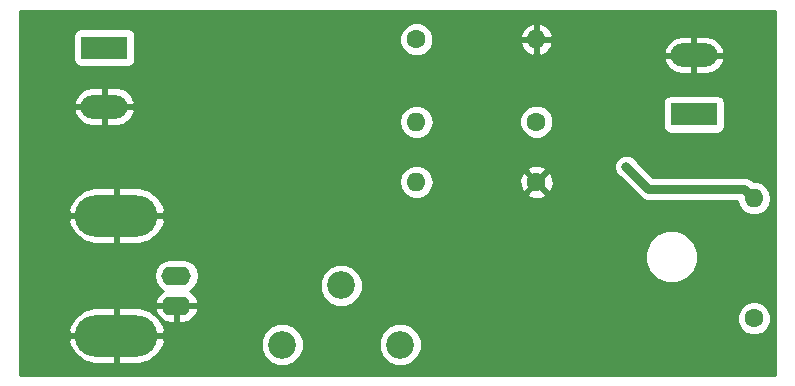
<source format=gbr>
G04 #@! TF.GenerationSoftware,KiCad,Pcbnew,5.0.2-bee76a0~70~ubuntu18.04.1*
G04 #@! TF.CreationDate,2019-02-20T20:53:16+00:00*
G04 #@! TF.ProjectId,led_driver,6c65645f-6472-4697-9665-722e6b696361,rev?*
G04 #@! TF.SameCoordinates,Original*
G04 #@! TF.FileFunction,Copper,L2,Bot*
G04 #@! TF.FilePolarity,Positive*
%FSLAX46Y46*%
G04 Gerber Fmt 4.6, Leading zero omitted, Abs format (unit mm)*
G04 Created by KiCad (PCBNEW 5.0.2-bee76a0~70~ubuntu18.04.1) date Wed 20 Feb 2019 20:53:16 GMT*
%MOMM*%
%LPD*%
G01*
G04 APERTURE LIST*
G04 #@! TA.AperFunction,ComponentPad*
%ADD10O,3.960000X1.980000*%
G04 #@! TD*
G04 #@! TA.AperFunction,ComponentPad*
%ADD11R,3.960000X1.980000*%
G04 #@! TD*
G04 #@! TA.AperFunction,ComponentPad*
%ADD12O,7.000000X3.500000*%
G04 #@! TD*
G04 #@! TA.AperFunction,ComponentPad*
%ADD13O,2.500000X1.600000*%
G04 #@! TD*
G04 #@! TA.AperFunction,ComponentPad*
%ADD14O,1.600000X1.600000*%
G04 #@! TD*
G04 #@! TA.AperFunction,ComponentPad*
%ADD15C,1.600000*%
G04 #@! TD*
G04 #@! TA.AperFunction,ComponentPad*
%ADD16C,2.340000*%
G04 #@! TD*
G04 #@! TA.AperFunction,ViaPad*
%ADD17C,0.800000*%
G04 #@! TD*
G04 #@! TA.AperFunction,Conductor*
%ADD18C,0.750000*%
G04 #@! TD*
G04 #@! TA.AperFunction,Conductor*
%ADD19C,0.254000*%
G04 #@! TD*
G04 APERTURE END LIST*
D10*
G04 #@! TO.P,J1,2*
G04 #@! TO.N,GND*
X167894000Y-77453500D03*
D11*
G04 #@! TO.P,J1,1*
G04 #@! TO.N,Net-(J1-Pad1)*
X167894000Y-72453500D03*
G04 #@! TD*
D12*
G04 #@! TO.P,J2,2*
G04 #@! TO.N,GND*
X168910000Y-96837500D03*
X168910000Y-86677500D03*
D13*
G04 #@! TO.P,J2,1*
G04 #@! TO.N,Net-(J2-Pad1)*
X173990000Y-91757500D03*
G04 #@! TO.P,J2,2*
G04 #@! TO.N,GND*
X173990000Y-94297500D03*
G04 #@! TD*
D11*
G04 #@! TO.P,J4,1*
G04 #@! TO.N,Net-(J4-Pad1)*
X217805000Y-78105000D03*
D10*
G04 #@! TO.P,J4,2*
G04 #@! TO.N,GND*
X217805000Y-73105000D03*
G04 #@! TD*
D14*
G04 #@! TO.P,R1,2*
G04 #@! TO.N,Net-(J1-Pad1)*
X194310000Y-78740000D03*
D15*
G04 #@! TO.P,R1,1*
G04 #@! TO.N,Net-(Q1-Pad5)*
X204470000Y-78740000D03*
G04 #@! TD*
D14*
G04 #@! TO.P,R2,2*
G04 #@! TO.N,Net-(J2-Pad1)*
X194310000Y-83820000D03*
D15*
G04 #@! TO.P,R2,1*
G04 #@! TO.N,GND*
X204470000Y-83820000D03*
G04 #@! TD*
G04 #@! TO.P,R3,1*
G04 #@! TO.N,Net-(Q2-Pad5)*
X194310000Y-71755000D03*
D14*
G04 #@! TO.P,R3,2*
G04 #@! TO.N,GND*
X204470000Y-71755000D03*
G04 #@! TD*
D15*
G04 #@! TO.P,R4,1*
G04 #@! TO.N,Net-(R4-Pad1)*
X222885000Y-95377000D03*
D14*
G04 #@! TO.P,R4,2*
G04 #@! TO.N,Net-(Q2-Pad5)*
X222885000Y-85217000D03*
G04 #@! TD*
D16*
G04 #@! TO.P,RV2,3*
G04 #@! TO.N,Net-(R4-Pad1)*
X192943500Y-97599500D03*
G04 #@! TO.P,RV2,2*
G04 #@! TO.N,Net-(J4-Pad1)*
X187943500Y-92599500D03*
G04 #@! TO.P,RV2,1*
G04 #@! TO.N,Net-(RV2-Pad1)*
X182943500Y-97599500D03*
G04 #@! TD*
D17*
G04 #@! TO.N,GND*
X189992000Y-83820000D03*
G04 #@! TO.N,Net-(Q2-Pad5)*
X212090000Y-82550000D03*
G04 #@! TD*
D18*
G04 #@! TO.N,Net-(Q2-Pad5)*
X222085001Y-84417001D02*
X213957001Y-84417001D01*
X222885000Y-85217000D02*
X222085001Y-84417001D01*
X213957001Y-84417001D02*
X212090000Y-82550000D01*
G04 #@! TD*
D19*
G04 #@! TO.N,GND*
G36*
X224663000Y-100203000D02*
X160782000Y-100203000D01*
X160782000Y-97335503D01*
X164827573Y-97335503D01*
X164907946Y-97632867D01*
X165383747Y-98434147D01*
X166129967Y-98992352D01*
X167033000Y-99222500D01*
X168783000Y-99222500D01*
X168783000Y-96964500D01*
X169037000Y-96964500D01*
X169037000Y-99222500D01*
X170787000Y-99222500D01*
X171690033Y-98992352D01*
X172436253Y-98434147D01*
X172912054Y-97632867D01*
X172992427Y-97335503D01*
X172964299Y-97240463D01*
X181138500Y-97240463D01*
X181138500Y-97958537D01*
X181413295Y-98621950D01*
X181921050Y-99129705D01*
X182584463Y-99404500D01*
X183302537Y-99404500D01*
X183965950Y-99129705D01*
X184473705Y-98621950D01*
X184748500Y-97958537D01*
X184748500Y-97240463D01*
X191138500Y-97240463D01*
X191138500Y-97958537D01*
X191413295Y-98621950D01*
X191921050Y-99129705D01*
X192584463Y-99404500D01*
X193302537Y-99404500D01*
X193965950Y-99129705D01*
X194473705Y-98621950D01*
X194748500Y-97958537D01*
X194748500Y-97240463D01*
X194473705Y-96577050D01*
X193965950Y-96069295D01*
X193302537Y-95794500D01*
X192584463Y-95794500D01*
X191921050Y-96069295D01*
X191413295Y-96577050D01*
X191138500Y-97240463D01*
X184748500Y-97240463D01*
X184473705Y-96577050D01*
X183965950Y-96069295D01*
X183302537Y-95794500D01*
X182584463Y-95794500D01*
X181921050Y-96069295D01*
X181413295Y-96577050D01*
X181138500Y-97240463D01*
X172964299Y-97240463D01*
X172882625Y-96964500D01*
X169037000Y-96964500D01*
X168783000Y-96964500D01*
X164937375Y-96964500D01*
X164827573Y-97335503D01*
X160782000Y-97335503D01*
X160782000Y-96339497D01*
X164827573Y-96339497D01*
X164937375Y-96710500D01*
X168783000Y-96710500D01*
X168783000Y-94452500D01*
X169037000Y-94452500D01*
X169037000Y-96710500D01*
X172882625Y-96710500D01*
X172992427Y-96339497D01*
X172912054Y-96042133D01*
X172436253Y-95240853D01*
X171690033Y-94682648D01*
X171548352Y-94646539D01*
X172148096Y-94646539D01*
X172165633Y-94729319D01*
X172435500Y-95222396D01*
X172873517Y-95574666D01*
X173413000Y-95732500D01*
X173863000Y-95732500D01*
X173863000Y-94424500D01*
X174117000Y-94424500D01*
X174117000Y-95732500D01*
X174567000Y-95732500D01*
X175106483Y-95574666D01*
X175544500Y-95222396D01*
X175616107Y-95091561D01*
X221450000Y-95091561D01*
X221450000Y-95662439D01*
X221668466Y-96189862D01*
X222072138Y-96593534D01*
X222599561Y-96812000D01*
X223170439Y-96812000D01*
X223697862Y-96593534D01*
X224101534Y-96189862D01*
X224320000Y-95662439D01*
X224320000Y-95091561D01*
X224101534Y-94564138D01*
X223697862Y-94160466D01*
X223170439Y-93942000D01*
X222599561Y-93942000D01*
X222072138Y-94160466D01*
X221668466Y-94564138D01*
X221450000Y-95091561D01*
X175616107Y-95091561D01*
X175814367Y-94729319D01*
X175831904Y-94646539D01*
X175709915Y-94424500D01*
X174117000Y-94424500D01*
X173863000Y-94424500D01*
X172270085Y-94424500D01*
X172148096Y-94646539D01*
X171548352Y-94646539D01*
X170787000Y-94452500D01*
X169037000Y-94452500D01*
X168783000Y-94452500D01*
X167033000Y-94452500D01*
X166129967Y-94682648D01*
X165383747Y-95240853D01*
X164907946Y-96042133D01*
X164827573Y-96339497D01*
X160782000Y-96339497D01*
X160782000Y-91757500D01*
X172076887Y-91757500D01*
X172188260Y-92317409D01*
X172505423Y-92792077D01*
X172861499Y-93029999D01*
X172435500Y-93372604D01*
X172165633Y-93865681D01*
X172148096Y-93948461D01*
X172270085Y-94170500D01*
X173863000Y-94170500D01*
X173863000Y-94150500D01*
X174117000Y-94150500D01*
X174117000Y-94170500D01*
X175709915Y-94170500D01*
X175831904Y-93948461D01*
X175814367Y-93865681D01*
X175544500Y-93372604D01*
X175118501Y-93029999D01*
X175474577Y-92792077D01*
X175791740Y-92317409D01*
X175807045Y-92240463D01*
X186138500Y-92240463D01*
X186138500Y-92958537D01*
X186413295Y-93621950D01*
X186921050Y-94129705D01*
X187584463Y-94404500D01*
X188302537Y-94404500D01*
X188965950Y-94129705D01*
X189473705Y-93621950D01*
X189748500Y-92958537D01*
X189748500Y-92240463D01*
X189473705Y-91577050D01*
X188965950Y-91069295D01*
X188302537Y-90794500D01*
X187584463Y-90794500D01*
X186921050Y-91069295D01*
X186413295Y-91577050D01*
X186138500Y-92240463D01*
X175807045Y-92240463D01*
X175903113Y-91757500D01*
X175791740Y-91197591D01*
X175474577Y-90722923D01*
X174999909Y-90405760D01*
X174581333Y-90322500D01*
X173398667Y-90322500D01*
X172980091Y-90405760D01*
X172505423Y-90722923D01*
X172188260Y-91197591D01*
X172076887Y-91757500D01*
X160782000Y-91757500D01*
X160782000Y-89725431D01*
X213665000Y-89725431D01*
X213665000Y-90614569D01*
X214005259Y-91436026D01*
X214633974Y-92064741D01*
X215455431Y-92405000D01*
X216344569Y-92405000D01*
X217166026Y-92064741D01*
X217794741Y-91436026D01*
X218135000Y-90614569D01*
X218135000Y-89725431D01*
X217794741Y-88903974D01*
X217166026Y-88275259D01*
X216344569Y-87935000D01*
X215455431Y-87935000D01*
X214633974Y-88275259D01*
X214005259Y-88903974D01*
X213665000Y-89725431D01*
X160782000Y-89725431D01*
X160782000Y-87175503D01*
X164827573Y-87175503D01*
X164907946Y-87472867D01*
X165383747Y-88274147D01*
X166129967Y-88832352D01*
X167033000Y-89062500D01*
X168783000Y-89062500D01*
X168783000Y-86804500D01*
X169037000Y-86804500D01*
X169037000Y-89062500D01*
X170787000Y-89062500D01*
X171690033Y-88832352D01*
X172436253Y-88274147D01*
X172912054Y-87472867D01*
X172992427Y-87175503D01*
X172882625Y-86804500D01*
X169037000Y-86804500D01*
X168783000Y-86804500D01*
X164937375Y-86804500D01*
X164827573Y-87175503D01*
X160782000Y-87175503D01*
X160782000Y-86179497D01*
X164827573Y-86179497D01*
X164937375Y-86550500D01*
X168783000Y-86550500D01*
X168783000Y-84292500D01*
X169037000Y-84292500D01*
X169037000Y-86550500D01*
X172882625Y-86550500D01*
X172992427Y-86179497D01*
X172912054Y-85882133D01*
X172436253Y-85080853D01*
X171690033Y-84522648D01*
X170787000Y-84292500D01*
X169037000Y-84292500D01*
X168783000Y-84292500D01*
X167033000Y-84292500D01*
X166129967Y-84522648D01*
X165383747Y-85080853D01*
X164907946Y-85882133D01*
X164827573Y-86179497D01*
X160782000Y-86179497D01*
X160782000Y-83820000D01*
X192846887Y-83820000D01*
X192958260Y-84379909D01*
X193275423Y-84854577D01*
X193750091Y-85171740D01*
X194168667Y-85255000D01*
X194451333Y-85255000D01*
X194869909Y-85171740D01*
X195344577Y-84854577D01*
X195362505Y-84827745D01*
X203641861Y-84827745D01*
X203715995Y-85073864D01*
X204253223Y-85266965D01*
X204823454Y-85239778D01*
X205224005Y-85073864D01*
X205298139Y-84827745D01*
X204470000Y-83999605D01*
X203641861Y-84827745D01*
X195362505Y-84827745D01*
X195661740Y-84379909D01*
X195773113Y-83820000D01*
X195729994Y-83603223D01*
X203023035Y-83603223D01*
X203050222Y-84173454D01*
X203216136Y-84574005D01*
X203462255Y-84648139D01*
X204290395Y-83820000D01*
X204649605Y-83820000D01*
X205477745Y-84648139D01*
X205723864Y-84574005D01*
X205916965Y-84036777D01*
X205889778Y-83466546D01*
X205723864Y-83065995D01*
X205477745Y-82991861D01*
X204649605Y-83820000D01*
X204290395Y-83820000D01*
X203462255Y-82991861D01*
X203216136Y-83065995D01*
X203023035Y-83603223D01*
X195729994Y-83603223D01*
X195661740Y-83260091D01*
X195362506Y-82812255D01*
X203641861Y-82812255D01*
X204470000Y-83640395D01*
X205298139Y-82812255D01*
X205224005Y-82566136D01*
X204686777Y-82373035D01*
X204116546Y-82400222D01*
X203715995Y-82566136D01*
X203641861Y-82812255D01*
X195362506Y-82812255D01*
X195344577Y-82785423D01*
X194869909Y-82468260D01*
X194451333Y-82385000D01*
X194168667Y-82385000D01*
X193750091Y-82468260D01*
X193275423Y-82785423D01*
X192958260Y-83260091D01*
X192846887Y-83820000D01*
X160782000Y-83820000D01*
X160782000Y-82344126D01*
X211055000Y-82344126D01*
X211055000Y-82755874D01*
X211212569Y-83136280D01*
X211503720Y-83427431D01*
X211564076Y-83452431D01*
X213172483Y-85060838D01*
X213228832Y-85145170D01*
X213562919Y-85368400D01*
X213857525Y-85427001D01*
X213857529Y-85427001D01*
X213957000Y-85446787D01*
X214056471Y-85427001D01*
X221463659Y-85427001D01*
X221533260Y-85776909D01*
X221850423Y-86251577D01*
X222325091Y-86568740D01*
X222743667Y-86652000D01*
X223026333Y-86652000D01*
X223444909Y-86568740D01*
X223919577Y-86251577D01*
X224236740Y-85776909D01*
X224348113Y-85217000D01*
X224236740Y-84657091D01*
X223919577Y-84182423D01*
X223444909Y-83865260D01*
X223026333Y-83782000D01*
X222878355Y-83782000D01*
X222869518Y-83773163D01*
X222813170Y-83688832D01*
X222479083Y-83465602D01*
X222184477Y-83407001D01*
X222184472Y-83407001D01*
X222085001Y-83387215D01*
X221985530Y-83407001D01*
X214375356Y-83407001D01*
X212992431Y-82024076D01*
X212967431Y-81963720D01*
X212676280Y-81672569D01*
X212295874Y-81515000D01*
X211884126Y-81515000D01*
X211503720Y-81672569D01*
X211212569Y-81963720D01*
X211055000Y-82344126D01*
X160782000Y-82344126D01*
X160782000Y-77832365D01*
X165323782Y-77832365D01*
X165354095Y-77958028D01*
X165665149Y-78512746D01*
X166164807Y-78906203D01*
X166777000Y-79078500D01*
X167767000Y-79078500D01*
X167767000Y-77580500D01*
X168021000Y-77580500D01*
X168021000Y-79078500D01*
X169011000Y-79078500D01*
X169623193Y-78906203D01*
X169834257Y-78740000D01*
X192846887Y-78740000D01*
X192958260Y-79299909D01*
X193275423Y-79774577D01*
X193750091Y-80091740D01*
X194168667Y-80175000D01*
X194451333Y-80175000D01*
X194869909Y-80091740D01*
X195344577Y-79774577D01*
X195661740Y-79299909D01*
X195773113Y-78740000D01*
X195716336Y-78454561D01*
X203035000Y-78454561D01*
X203035000Y-79025439D01*
X203253466Y-79552862D01*
X203657138Y-79956534D01*
X204184561Y-80175000D01*
X204755439Y-80175000D01*
X205282862Y-79956534D01*
X205686534Y-79552862D01*
X205905000Y-79025439D01*
X205905000Y-78454561D01*
X205686534Y-77927138D01*
X205282862Y-77523466D01*
X204755439Y-77305000D01*
X204184561Y-77305000D01*
X203657138Y-77523466D01*
X203253466Y-77927138D01*
X203035000Y-78454561D01*
X195716336Y-78454561D01*
X195661740Y-78180091D01*
X195344577Y-77705423D01*
X194869909Y-77388260D01*
X194451333Y-77305000D01*
X194168667Y-77305000D01*
X193750091Y-77388260D01*
X193275423Y-77705423D01*
X192958260Y-78180091D01*
X192846887Y-78740000D01*
X169834257Y-78740000D01*
X170122851Y-78512746D01*
X170433905Y-77958028D01*
X170464218Y-77832365D01*
X170344740Y-77580500D01*
X168021000Y-77580500D01*
X167767000Y-77580500D01*
X165443260Y-77580500D01*
X165323782Y-77832365D01*
X160782000Y-77832365D01*
X160782000Y-77074635D01*
X165323782Y-77074635D01*
X165443260Y-77326500D01*
X167767000Y-77326500D01*
X167767000Y-75828500D01*
X168021000Y-75828500D01*
X168021000Y-77326500D01*
X170344740Y-77326500D01*
X170445069Y-77115000D01*
X215177560Y-77115000D01*
X215177560Y-79095000D01*
X215226843Y-79342765D01*
X215367191Y-79552809D01*
X215577235Y-79693157D01*
X215825000Y-79742440D01*
X219785000Y-79742440D01*
X220032765Y-79693157D01*
X220242809Y-79552809D01*
X220383157Y-79342765D01*
X220432440Y-79095000D01*
X220432440Y-77115000D01*
X220383157Y-76867235D01*
X220242809Y-76657191D01*
X220032765Y-76516843D01*
X219785000Y-76467560D01*
X215825000Y-76467560D01*
X215577235Y-76516843D01*
X215367191Y-76657191D01*
X215226843Y-76867235D01*
X215177560Y-77115000D01*
X170445069Y-77115000D01*
X170464218Y-77074635D01*
X170433905Y-76948972D01*
X170122851Y-76394254D01*
X169623193Y-76000797D01*
X169011000Y-75828500D01*
X168021000Y-75828500D01*
X167767000Y-75828500D01*
X166777000Y-75828500D01*
X166164807Y-76000797D01*
X165665149Y-76394254D01*
X165354095Y-76948972D01*
X165323782Y-77074635D01*
X160782000Y-77074635D01*
X160782000Y-71463500D01*
X165266560Y-71463500D01*
X165266560Y-73443500D01*
X165315843Y-73691265D01*
X165456191Y-73901309D01*
X165666235Y-74041657D01*
X165914000Y-74090940D01*
X169874000Y-74090940D01*
X170121765Y-74041657D01*
X170331809Y-73901309D01*
X170472157Y-73691265D01*
X170513410Y-73483865D01*
X215234782Y-73483865D01*
X215265095Y-73609528D01*
X215576149Y-74164246D01*
X216075807Y-74557703D01*
X216688000Y-74730000D01*
X217678000Y-74730000D01*
X217678000Y-73232000D01*
X217932000Y-73232000D01*
X217932000Y-74730000D01*
X218922000Y-74730000D01*
X219534193Y-74557703D01*
X220033851Y-74164246D01*
X220344905Y-73609528D01*
X220375218Y-73483865D01*
X220255740Y-73232000D01*
X217932000Y-73232000D01*
X217678000Y-73232000D01*
X215354260Y-73232000D01*
X215234782Y-73483865D01*
X170513410Y-73483865D01*
X170521440Y-73443500D01*
X170521440Y-71469561D01*
X192875000Y-71469561D01*
X192875000Y-72040439D01*
X193093466Y-72567862D01*
X193497138Y-72971534D01*
X194024561Y-73190000D01*
X194595439Y-73190000D01*
X195122862Y-72971534D01*
X195526534Y-72567862D01*
X195718655Y-72104039D01*
X203078096Y-72104039D01*
X203238959Y-72492423D01*
X203614866Y-72907389D01*
X204120959Y-73146914D01*
X204343000Y-73025629D01*
X204343000Y-71882000D01*
X204597000Y-71882000D01*
X204597000Y-73025629D01*
X204819041Y-73146914D01*
X205325134Y-72907389D01*
X205489327Y-72726135D01*
X215234782Y-72726135D01*
X215354260Y-72978000D01*
X217678000Y-72978000D01*
X217678000Y-71480000D01*
X217932000Y-71480000D01*
X217932000Y-72978000D01*
X220255740Y-72978000D01*
X220375218Y-72726135D01*
X220344905Y-72600472D01*
X220033851Y-72045754D01*
X219534193Y-71652297D01*
X218922000Y-71480000D01*
X217932000Y-71480000D01*
X217678000Y-71480000D01*
X216688000Y-71480000D01*
X216075807Y-71652297D01*
X215576149Y-72045754D01*
X215265095Y-72600472D01*
X215234782Y-72726135D01*
X205489327Y-72726135D01*
X205701041Y-72492423D01*
X205861904Y-72104039D01*
X205739915Y-71882000D01*
X204597000Y-71882000D01*
X204343000Y-71882000D01*
X203200085Y-71882000D01*
X203078096Y-72104039D01*
X195718655Y-72104039D01*
X195745000Y-72040439D01*
X195745000Y-71469561D01*
X195718656Y-71405961D01*
X203078096Y-71405961D01*
X203200085Y-71628000D01*
X204343000Y-71628000D01*
X204343000Y-70484371D01*
X204597000Y-70484371D01*
X204597000Y-71628000D01*
X205739915Y-71628000D01*
X205861904Y-71405961D01*
X205701041Y-71017577D01*
X205325134Y-70602611D01*
X204819041Y-70363086D01*
X204597000Y-70484371D01*
X204343000Y-70484371D01*
X204120959Y-70363086D01*
X203614866Y-70602611D01*
X203238959Y-71017577D01*
X203078096Y-71405961D01*
X195718656Y-71405961D01*
X195526534Y-70942138D01*
X195122862Y-70538466D01*
X194595439Y-70320000D01*
X194024561Y-70320000D01*
X193497138Y-70538466D01*
X193093466Y-70942138D01*
X192875000Y-71469561D01*
X170521440Y-71469561D01*
X170521440Y-71463500D01*
X170472157Y-71215735D01*
X170331809Y-71005691D01*
X170121765Y-70865343D01*
X169874000Y-70816060D01*
X165914000Y-70816060D01*
X165666235Y-70865343D01*
X165456191Y-71005691D01*
X165315843Y-71215735D01*
X165266560Y-71463500D01*
X160782000Y-71463500D01*
X160782000Y-69342000D01*
X224663000Y-69342000D01*
X224663000Y-100203000D01*
X224663000Y-100203000D01*
G37*
X224663000Y-100203000D02*
X160782000Y-100203000D01*
X160782000Y-97335503D01*
X164827573Y-97335503D01*
X164907946Y-97632867D01*
X165383747Y-98434147D01*
X166129967Y-98992352D01*
X167033000Y-99222500D01*
X168783000Y-99222500D01*
X168783000Y-96964500D01*
X169037000Y-96964500D01*
X169037000Y-99222500D01*
X170787000Y-99222500D01*
X171690033Y-98992352D01*
X172436253Y-98434147D01*
X172912054Y-97632867D01*
X172992427Y-97335503D01*
X172964299Y-97240463D01*
X181138500Y-97240463D01*
X181138500Y-97958537D01*
X181413295Y-98621950D01*
X181921050Y-99129705D01*
X182584463Y-99404500D01*
X183302537Y-99404500D01*
X183965950Y-99129705D01*
X184473705Y-98621950D01*
X184748500Y-97958537D01*
X184748500Y-97240463D01*
X191138500Y-97240463D01*
X191138500Y-97958537D01*
X191413295Y-98621950D01*
X191921050Y-99129705D01*
X192584463Y-99404500D01*
X193302537Y-99404500D01*
X193965950Y-99129705D01*
X194473705Y-98621950D01*
X194748500Y-97958537D01*
X194748500Y-97240463D01*
X194473705Y-96577050D01*
X193965950Y-96069295D01*
X193302537Y-95794500D01*
X192584463Y-95794500D01*
X191921050Y-96069295D01*
X191413295Y-96577050D01*
X191138500Y-97240463D01*
X184748500Y-97240463D01*
X184473705Y-96577050D01*
X183965950Y-96069295D01*
X183302537Y-95794500D01*
X182584463Y-95794500D01*
X181921050Y-96069295D01*
X181413295Y-96577050D01*
X181138500Y-97240463D01*
X172964299Y-97240463D01*
X172882625Y-96964500D01*
X169037000Y-96964500D01*
X168783000Y-96964500D01*
X164937375Y-96964500D01*
X164827573Y-97335503D01*
X160782000Y-97335503D01*
X160782000Y-96339497D01*
X164827573Y-96339497D01*
X164937375Y-96710500D01*
X168783000Y-96710500D01*
X168783000Y-94452500D01*
X169037000Y-94452500D01*
X169037000Y-96710500D01*
X172882625Y-96710500D01*
X172992427Y-96339497D01*
X172912054Y-96042133D01*
X172436253Y-95240853D01*
X171690033Y-94682648D01*
X171548352Y-94646539D01*
X172148096Y-94646539D01*
X172165633Y-94729319D01*
X172435500Y-95222396D01*
X172873517Y-95574666D01*
X173413000Y-95732500D01*
X173863000Y-95732500D01*
X173863000Y-94424500D01*
X174117000Y-94424500D01*
X174117000Y-95732500D01*
X174567000Y-95732500D01*
X175106483Y-95574666D01*
X175544500Y-95222396D01*
X175616107Y-95091561D01*
X221450000Y-95091561D01*
X221450000Y-95662439D01*
X221668466Y-96189862D01*
X222072138Y-96593534D01*
X222599561Y-96812000D01*
X223170439Y-96812000D01*
X223697862Y-96593534D01*
X224101534Y-96189862D01*
X224320000Y-95662439D01*
X224320000Y-95091561D01*
X224101534Y-94564138D01*
X223697862Y-94160466D01*
X223170439Y-93942000D01*
X222599561Y-93942000D01*
X222072138Y-94160466D01*
X221668466Y-94564138D01*
X221450000Y-95091561D01*
X175616107Y-95091561D01*
X175814367Y-94729319D01*
X175831904Y-94646539D01*
X175709915Y-94424500D01*
X174117000Y-94424500D01*
X173863000Y-94424500D01*
X172270085Y-94424500D01*
X172148096Y-94646539D01*
X171548352Y-94646539D01*
X170787000Y-94452500D01*
X169037000Y-94452500D01*
X168783000Y-94452500D01*
X167033000Y-94452500D01*
X166129967Y-94682648D01*
X165383747Y-95240853D01*
X164907946Y-96042133D01*
X164827573Y-96339497D01*
X160782000Y-96339497D01*
X160782000Y-91757500D01*
X172076887Y-91757500D01*
X172188260Y-92317409D01*
X172505423Y-92792077D01*
X172861499Y-93029999D01*
X172435500Y-93372604D01*
X172165633Y-93865681D01*
X172148096Y-93948461D01*
X172270085Y-94170500D01*
X173863000Y-94170500D01*
X173863000Y-94150500D01*
X174117000Y-94150500D01*
X174117000Y-94170500D01*
X175709915Y-94170500D01*
X175831904Y-93948461D01*
X175814367Y-93865681D01*
X175544500Y-93372604D01*
X175118501Y-93029999D01*
X175474577Y-92792077D01*
X175791740Y-92317409D01*
X175807045Y-92240463D01*
X186138500Y-92240463D01*
X186138500Y-92958537D01*
X186413295Y-93621950D01*
X186921050Y-94129705D01*
X187584463Y-94404500D01*
X188302537Y-94404500D01*
X188965950Y-94129705D01*
X189473705Y-93621950D01*
X189748500Y-92958537D01*
X189748500Y-92240463D01*
X189473705Y-91577050D01*
X188965950Y-91069295D01*
X188302537Y-90794500D01*
X187584463Y-90794500D01*
X186921050Y-91069295D01*
X186413295Y-91577050D01*
X186138500Y-92240463D01*
X175807045Y-92240463D01*
X175903113Y-91757500D01*
X175791740Y-91197591D01*
X175474577Y-90722923D01*
X174999909Y-90405760D01*
X174581333Y-90322500D01*
X173398667Y-90322500D01*
X172980091Y-90405760D01*
X172505423Y-90722923D01*
X172188260Y-91197591D01*
X172076887Y-91757500D01*
X160782000Y-91757500D01*
X160782000Y-89725431D01*
X213665000Y-89725431D01*
X213665000Y-90614569D01*
X214005259Y-91436026D01*
X214633974Y-92064741D01*
X215455431Y-92405000D01*
X216344569Y-92405000D01*
X217166026Y-92064741D01*
X217794741Y-91436026D01*
X218135000Y-90614569D01*
X218135000Y-89725431D01*
X217794741Y-88903974D01*
X217166026Y-88275259D01*
X216344569Y-87935000D01*
X215455431Y-87935000D01*
X214633974Y-88275259D01*
X214005259Y-88903974D01*
X213665000Y-89725431D01*
X160782000Y-89725431D01*
X160782000Y-87175503D01*
X164827573Y-87175503D01*
X164907946Y-87472867D01*
X165383747Y-88274147D01*
X166129967Y-88832352D01*
X167033000Y-89062500D01*
X168783000Y-89062500D01*
X168783000Y-86804500D01*
X169037000Y-86804500D01*
X169037000Y-89062500D01*
X170787000Y-89062500D01*
X171690033Y-88832352D01*
X172436253Y-88274147D01*
X172912054Y-87472867D01*
X172992427Y-87175503D01*
X172882625Y-86804500D01*
X169037000Y-86804500D01*
X168783000Y-86804500D01*
X164937375Y-86804500D01*
X164827573Y-87175503D01*
X160782000Y-87175503D01*
X160782000Y-86179497D01*
X164827573Y-86179497D01*
X164937375Y-86550500D01*
X168783000Y-86550500D01*
X168783000Y-84292500D01*
X169037000Y-84292500D01*
X169037000Y-86550500D01*
X172882625Y-86550500D01*
X172992427Y-86179497D01*
X172912054Y-85882133D01*
X172436253Y-85080853D01*
X171690033Y-84522648D01*
X170787000Y-84292500D01*
X169037000Y-84292500D01*
X168783000Y-84292500D01*
X167033000Y-84292500D01*
X166129967Y-84522648D01*
X165383747Y-85080853D01*
X164907946Y-85882133D01*
X164827573Y-86179497D01*
X160782000Y-86179497D01*
X160782000Y-83820000D01*
X192846887Y-83820000D01*
X192958260Y-84379909D01*
X193275423Y-84854577D01*
X193750091Y-85171740D01*
X194168667Y-85255000D01*
X194451333Y-85255000D01*
X194869909Y-85171740D01*
X195344577Y-84854577D01*
X195362505Y-84827745D01*
X203641861Y-84827745D01*
X203715995Y-85073864D01*
X204253223Y-85266965D01*
X204823454Y-85239778D01*
X205224005Y-85073864D01*
X205298139Y-84827745D01*
X204470000Y-83999605D01*
X203641861Y-84827745D01*
X195362505Y-84827745D01*
X195661740Y-84379909D01*
X195773113Y-83820000D01*
X195729994Y-83603223D01*
X203023035Y-83603223D01*
X203050222Y-84173454D01*
X203216136Y-84574005D01*
X203462255Y-84648139D01*
X204290395Y-83820000D01*
X204649605Y-83820000D01*
X205477745Y-84648139D01*
X205723864Y-84574005D01*
X205916965Y-84036777D01*
X205889778Y-83466546D01*
X205723864Y-83065995D01*
X205477745Y-82991861D01*
X204649605Y-83820000D01*
X204290395Y-83820000D01*
X203462255Y-82991861D01*
X203216136Y-83065995D01*
X203023035Y-83603223D01*
X195729994Y-83603223D01*
X195661740Y-83260091D01*
X195362506Y-82812255D01*
X203641861Y-82812255D01*
X204470000Y-83640395D01*
X205298139Y-82812255D01*
X205224005Y-82566136D01*
X204686777Y-82373035D01*
X204116546Y-82400222D01*
X203715995Y-82566136D01*
X203641861Y-82812255D01*
X195362506Y-82812255D01*
X195344577Y-82785423D01*
X194869909Y-82468260D01*
X194451333Y-82385000D01*
X194168667Y-82385000D01*
X193750091Y-82468260D01*
X193275423Y-82785423D01*
X192958260Y-83260091D01*
X192846887Y-83820000D01*
X160782000Y-83820000D01*
X160782000Y-82344126D01*
X211055000Y-82344126D01*
X211055000Y-82755874D01*
X211212569Y-83136280D01*
X211503720Y-83427431D01*
X211564076Y-83452431D01*
X213172483Y-85060838D01*
X213228832Y-85145170D01*
X213562919Y-85368400D01*
X213857525Y-85427001D01*
X213857529Y-85427001D01*
X213957000Y-85446787D01*
X214056471Y-85427001D01*
X221463659Y-85427001D01*
X221533260Y-85776909D01*
X221850423Y-86251577D01*
X222325091Y-86568740D01*
X222743667Y-86652000D01*
X223026333Y-86652000D01*
X223444909Y-86568740D01*
X223919577Y-86251577D01*
X224236740Y-85776909D01*
X224348113Y-85217000D01*
X224236740Y-84657091D01*
X223919577Y-84182423D01*
X223444909Y-83865260D01*
X223026333Y-83782000D01*
X222878355Y-83782000D01*
X222869518Y-83773163D01*
X222813170Y-83688832D01*
X222479083Y-83465602D01*
X222184477Y-83407001D01*
X222184472Y-83407001D01*
X222085001Y-83387215D01*
X221985530Y-83407001D01*
X214375356Y-83407001D01*
X212992431Y-82024076D01*
X212967431Y-81963720D01*
X212676280Y-81672569D01*
X212295874Y-81515000D01*
X211884126Y-81515000D01*
X211503720Y-81672569D01*
X211212569Y-81963720D01*
X211055000Y-82344126D01*
X160782000Y-82344126D01*
X160782000Y-77832365D01*
X165323782Y-77832365D01*
X165354095Y-77958028D01*
X165665149Y-78512746D01*
X166164807Y-78906203D01*
X166777000Y-79078500D01*
X167767000Y-79078500D01*
X167767000Y-77580500D01*
X168021000Y-77580500D01*
X168021000Y-79078500D01*
X169011000Y-79078500D01*
X169623193Y-78906203D01*
X169834257Y-78740000D01*
X192846887Y-78740000D01*
X192958260Y-79299909D01*
X193275423Y-79774577D01*
X193750091Y-80091740D01*
X194168667Y-80175000D01*
X194451333Y-80175000D01*
X194869909Y-80091740D01*
X195344577Y-79774577D01*
X195661740Y-79299909D01*
X195773113Y-78740000D01*
X195716336Y-78454561D01*
X203035000Y-78454561D01*
X203035000Y-79025439D01*
X203253466Y-79552862D01*
X203657138Y-79956534D01*
X204184561Y-80175000D01*
X204755439Y-80175000D01*
X205282862Y-79956534D01*
X205686534Y-79552862D01*
X205905000Y-79025439D01*
X205905000Y-78454561D01*
X205686534Y-77927138D01*
X205282862Y-77523466D01*
X204755439Y-77305000D01*
X204184561Y-77305000D01*
X203657138Y-77523466D01*
X203253466Y-77927138D01*
X203035000Y-78454561D01*
X195716336Y-78454561D01*
X195661740Y-78180091D01*
X195344577Y-77705423D01*
X194869909Y-77388260D01*
X194451333Y-77305000D01*
X194168667Y-77305000D01*
X193750091Y-77388260D01*
X193275423Y-77705423D01*
X192958260Y-78180091D01*
X192846887Y-78740000D01*
X169834257Y-78740000D01*
X170122851Y-78512746D01*
X170433905Y-77958028D01*
X170464218Y-77832365D01*
X170344740Y-77580500D01*
X168021000Y-77580500D01*
X167767000Y-77580500D01*
X165443260Y-77580500D01*
X165323782Y-77832365D01*
X160782000Y-77832365D01*
X160782000Y-77074635D01*
X165323782Y-77074635D01*
X165443260Y-77326500D01*
X167767000Y-77326500D01*
X167767000Y-75828500D01*
X168021000Y-75828500D01*
X168021000Y-77326500D01*
X170344740Y-77326500D01*
X170445069Y-77115000D01*
X215177560Y-77115000D01*
X215177560Y-79095000D01*
X215226843Y-79342765D01*
X215367191Y-79552809D01*
X215577235Y-79693157D01*
X215825000Y-79742440D01*
X219785000Y-79742440D01*
X220032765Y-79693157D01*
X220242809Y-79552809D01*
X220383157Y-79342765D01*
X220432440Y-79095000D01*
X220432440Y-77115000D01*
X220383157Y-76867235D01*
X220242809Y-76657191D01*
X220032765Y-76516843D01*
X219785000Y-76467560D01*
X215825000Y-76467560D01*
X215577235Y-76516843D01*
X215367191Y-76657191D01*
X215226843Y-76867235D01*
X215177560Y-77115000D01*
X170445069Y-77115000D01*
X170464218Y-77074635D01*
X170433905Y-76948972D01*
X170122851Y-76394254D01*
X169623193Y-76000797D01*
X169011000Y-75828500D01*
X168021000Y-75828500D01*
X167767000Y-75828500D01*
X166777000Y-75828500D01*
X166164807Y-76000797D01*
X165665149Y-76394254D01*
X165354095Y-76948972D01*
X165323782Y-77074635D01*
X160782000Y-77074635D01*
X160782000Y-71463500D01*
X165266560Y-71463500D01*
X165266560Y-73443500D01*
X165315843Y-73691265D01*
X165456191Y-73901309D01*
X165666235Y-74041657D01*
X165914000Y-74090940D01*
X169874000Y-74090940D01*
X170121765Y-74041657D01*
X170331809Y-73901309D01*
X170472157Y-73691265D01*
X170513410Y-73483865D01*
X215234782Y-73483865D01*
X215265095Y-73609528D01*
X215576149Y-74164246D01*
X216075807Y-74557703D01*
X216688000Y-74730000D01*
X217678000Y-74730000D01*
X217678000Y-73232000D01*
X217932000Y-73232000D01*
X217932000Y-74730000D01*
X218922000Y-74730000D01*
X219534193Y-74557703D01*
X220033851Y-74164246D01*
X220344905Y-73609528D01*
X220375218Y-73483865D01*
X220255740Y-73232000D01*
X217932000Y-73232000D01*
X217678000Y-73232000D01*
X215354260Y-73232000D01*
X215234782Y-73483865D01*
X170513410Y-73483865D01*
X170521440Y-73443500D01*
X170521440Y-71469561D01*
X192875000Y-71469561D01*
X192875000Y-72040439D01*
X193093466Y-72567862D01*
X193497138Y-72971534D01*
X194024561Y-73190000D01*
X194595439Y-73190000D01*
X195122862Y-72971534D01*
X195526534Y-72567862D01*
X195718655Y-72104039D01*
X203078096Y-72104039D01*
X203238959Y-72492423D01*
X203614866Y-72907389D01*
X204120959Y-73146914D01*
X204343000Y-73025629D01*
X204343000Y-71882000D01*
X204597000Y-71882000D01*
X204597000Y-73025629D01*
X204819041Y-73146914D01*
X205325134Y-72907389D01*
X205489327Y-72726135D01*
X215234782Y-72726135D01*
X215354260Y-72978000D01*
X217678000Y-72978000D01*
X217678000Y-71480000D01*
X217932000Y-71480000D01*
X217932000Y-72978000D01*
X220255740Y-72978000D01*
X220375218Y-72726135D01*
X220344905Y-72600472D01*
X220033851Y-72045754D01*
X219534193Y-71652297D01*
X218922000Y-71480000D01*
X217932000Y-71480000D01*
X217678000Y-71480000D01*
X216688000Y-71480000D01*
X216075807Y-71652297D01*
X215576149Y-72045754D01*
X215265095Y-72600472D01*
X215234782Y-72726135D01*
X205489327Y-72726135D01*
X205701041Y-72492423D01*
X205861904Y-72104039D01*
X205739915Y-71882000D01*
X204597000Y-71882000D01*
X204343000Y-71882000D01*
X203200085Y-71882000D01*
X203078096Y-72104039D01*
X195718655Y-72104039D01*
X195745000Y-72040439D01*
X195745000Y-71469561D01*
X195718656Y-71405961D01*
X203078096Y-71405961D01*
X203200085Y-71628000D01*
X204343000Y-71628000D01*
X204343000Y-70484371D01*
X204597000Y-70484371D01*
X204597000Y-71628000D01*
X205739915Y-71628000D01*
X205861904Y-71405961D01*
X205701041Y-71017577D01*
X205325134Y-70602611D01*
X204819041Y-70363086D01*
X204597000Y-70484371D01*
X204343000Y-70484371D01*
X204120959Y-70363086D01*
X203614866Y-70602611D01*
X203238959Y-71017577D01*
X203078096Y-71405961D01*
X195718656Y-71405961D01*
X195526534Y-70942138D01*
X195122862Y-70538466D01*
X194595439Y-70320000D01*
X194024561Y-70320000D01*
X193497138Y-70538466D01*
X193093466Y-70942138D01*
X192875000Y-71469561D01*
X170521440Y-71469561D01*
X170521440Y-71463500D01*
X170472157Y-71215735D01*
X170331809Y-71005691D01*
X170121765Y-70865343D01*
X169874000Y-70816060D01*
X165914000Y-70816060D01*
X165666235Y-70865343D01*
X165456191Y-71005691D01*
X165315843Y-71215735D01*
X165266560Y-71463500D01*
X160782000Y-71463500D01*
X160782000Y-69342000D01*
X224663000Y-69342000D01*
X224663000Y-100203000D01*
G04 #@! TD*
M02*

</source>
